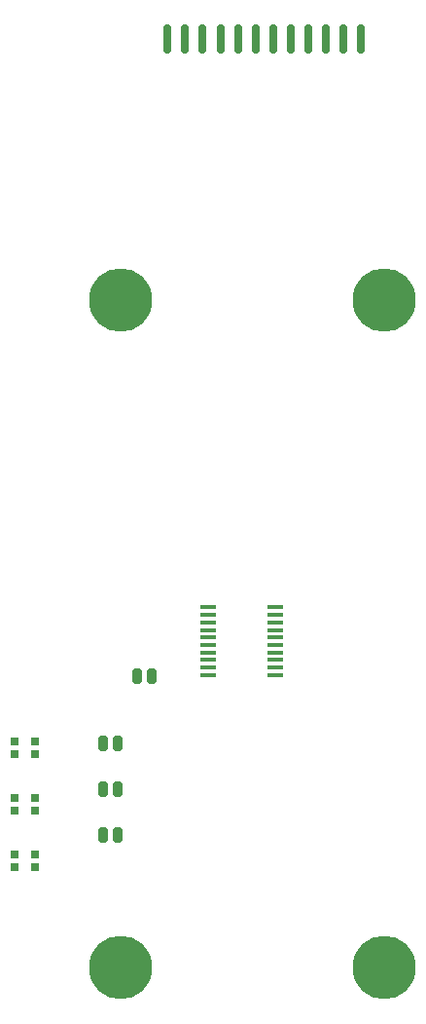
<source format=gbr>
%TF.GenerationSoftware,KiCad,Pcbnew,8.0.8-8.0.8-0~ubuntu24.04.1*%
%TF.CreationDate,2025-02-21T21:48:45-06:00*%
%TF.ProjectId,edge_human_detection_board,65646765-5f68-4756-9d61-6e5f64657465,rev?*%
%TF.SameCoordinates,Original*%
%TF.FileFunction,Paste,Top*%
%TF.FilePolarity,Positive*%
%FSLAX46Y46*%
G04 Gerber Fmt 4.6, Leading zero omitted, Abs format (unit mm)*
G04 Created by KiCad (PCBNEW 8.0.8-8.0.8-0~ubuntu24.04.1) date 2025-02-21 21:48:45*
%MOMM*%
%LPD*%
G01*
G04 APERTURE LIST*
G04 Aperture macros list*
%AMRoundRect*
0 Rectangle with rounded corners*
0 $1 Rounding radius*
0 $2 $3 $4 $5 $6 $7 $8 $9 X,Y pos of 4 corners*
0 Add a 4 corners polygon primitive as box body*
4,1,4,$2,$3,$4,$5,$6,$7,$8,$9,$2,$3,0*
0 Add four circle primitives for the rounded corners*
1,1,$1+$1,$2,$3*
1,1,$1+$1,$4,$5*
1,1,$1+$1,$6,$7*
1,1,$1+$1,$8,$9*
0 Add four rect primitives between the rounded corners*
20,1,$1+$1,$2,$3,$4,$5,0*
20,1,$1+$1,$4,$5,$6,$7,0*
20,1,$1+$1,$6,$7,$8,$9,0*
20,1,$1+$1,$8,$9,$2,$3,0*%
G04 Aperture macros list end*
%ADD10R,1.475000X0.450000*%
%ADD11R,0.700000X0.700000*%
%ADD12RoundRect,0.208750X0.208750X0.431250X-0.208750X0.431250X-0.208750X-0.431250X0.208750X-0.431250X0*%
%ADD13C,5.500000*%
%ADD14O,0.700000X2.600000*%
G04 APERTURE END LIST*
D10*
%TO.C,IC1*%
X117738000Y-106525000D03*
X117738000Y-105875000D03*
X117738000Y-105225000D03*
X117738000Y-104575000D03*
X117738000Y-103925000D03*
X117738000Y-103275000D03*
X117738000Y-102625000D03*
X117738000Y-101975000D03*
X117738000Y-101325000D03*
X117738000Y-100675000D03*
X111862000Y-100675000D03*
X111862000Y-101325000D03*
X111862000Y-101975000D03*
X111862000Y-102625000D03*
X111862000Y-103275000D03*
X111862000Y-103925000D03*
X111862000Y-104575000D03*
X111862000Y-105225000D03*
X111862000Y-105875000D03*
X111862000Y-106525000D03*
%TD*%
D11*
%TO.C,D4*%
X96801760Y-122098680D03*
X96801760Y-123198680D03*
X94971760Y-123198680D03*
X94971760Y-122098680D03*
%TD*%
%TO.C,D3*%
X96801760Y-117198680D03*
X96801760Y-118298680D03*
X94971760Y-118298680D03*
X94971760Y-117198680D03*
%TD*%
%TO.C,D2*%
X96801760Y-112298680D03*
X96801760Y-113398680D03*
X94971760Y-113398680D03*
X94971760Y-112298680D03*
%TD*%
D12*
%TO.C,C3*%
X103941760Y-116448680D03*
X102686760Y-116448680D03*
%TD*%
%TO.C,C4*%
X103941760Y-120448680D03*
X102686760Y-120448680D03*
%TD*%
%TO.C,C2*%
X103941760Y-112448680D03*
X102686760Y-112448680D03*
%TD*%
%TO.C,C1*%
X106914260Y-106648680D03*
X105659260Y-106648680D03*
%TD*%
D13*
%TO.C,U1*%
X127200000Y-74000000D03*
X104200000Y-74000000D03*
X127200000Y-132000000D03*
X104200000Y-132000000D03*
%TD*%
D14*
%TO.C,U2*%
X108325000Y-51275000D03*
X109855000Y-51275000D03*
X111385000Y-51275000D03*
X112915000Y-51275000D03*
X114445000Y-51275000D03*
X115975000Y-51275000D03*
X117505000Y-51275000D03*
X119035000Y-51275000D03*
X120565000Y-51275000D03*
X122095000Y-51275000D03*
X123625000Y-51275000D03*
X125155000Y-51275000D03*
%TD*%
M02*

</source>
